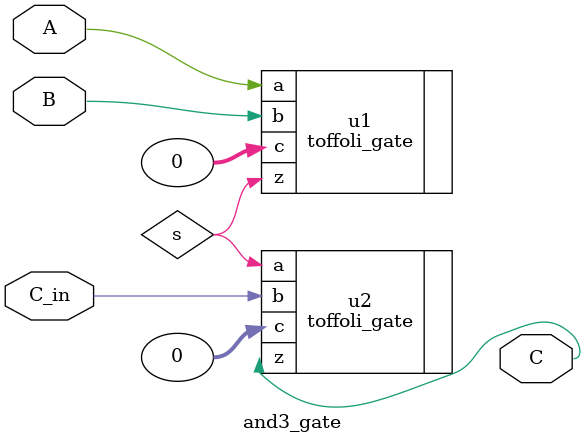
<source format=v>
`timescale 1ns / 1ps


module and3_gate(
    output C,
    input A,
    input B,
    input C_in
    );
    
    wire s;
    
    toffoli_gate u1 (.z(s), .a(A), .b(B), .c(0));
    toffoli_gate u2 (.z(C), .a(s), .b(C_in), .c(0));
    
endmodule


</source>
